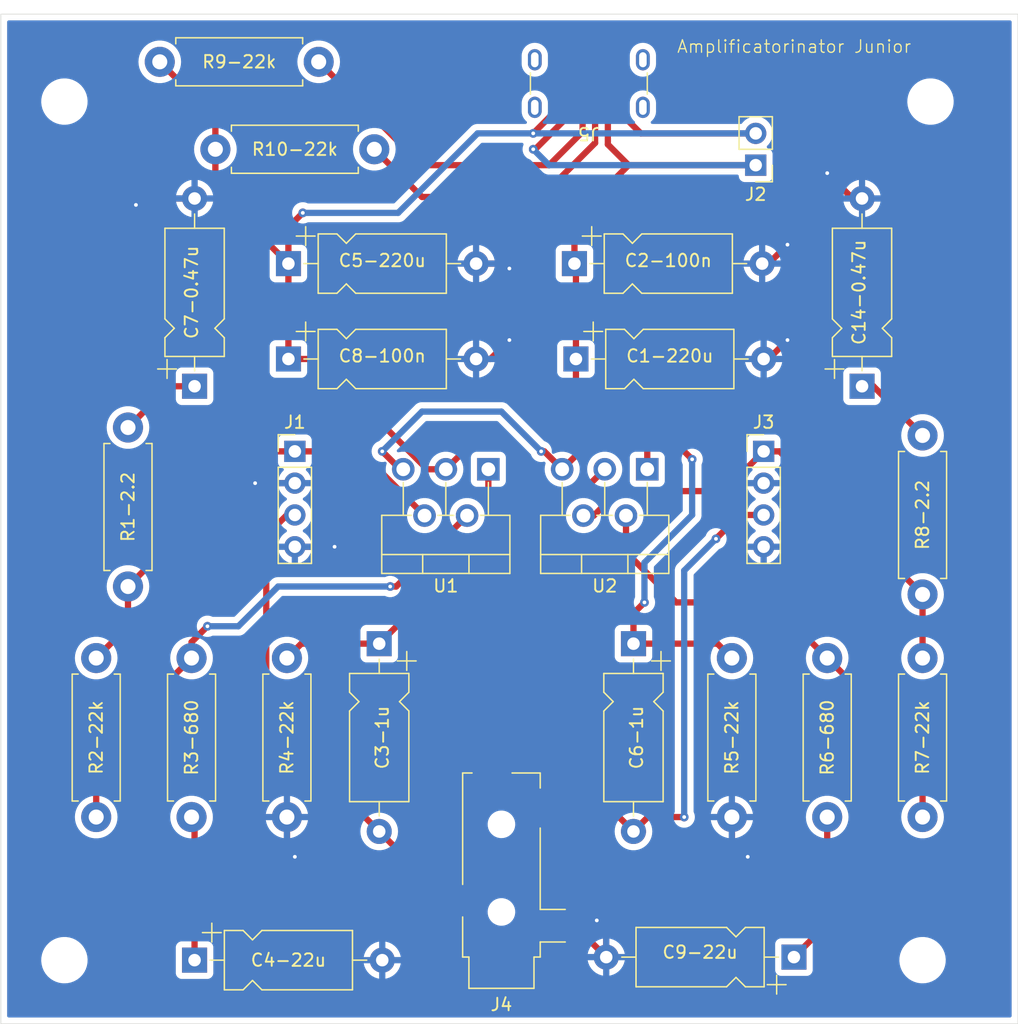
<source format=kicad_pcb>
(kicad_pcb (version 20221018) (generator pcbnew)
  (layers (0 "F.Cu" signal) (31 "B.Cu" power) (34 "B.Paste" user) (35 "F.Paste" user) (36 "B.SilkS" user "B.Silkscreen") (37 "F.SilkS" user "F.Silkscreen") (38 "B.Mask" user) (39 "F.Mask" user) (44 "Edge.Cuts" user))
  (net 0 "")
  (net 1 "/VS+")
  (net 2 "GND")
  (net 3 "Net-(U1-+)")
  (net 4 "/IN_LEFT")
  (net 5 "Net-(C4-Pad1)")
  (net 6 "/VS-")
  (net 7 "Net-(U2-+)")
  (net 8 "/IN_RIGHT")
  (net 9 "Net-(C7-Pad1)")
  (net 10 "Net-(C9-Pad1)")
  (net 11 "Net-(C14-Pad1)")
  (net 12 "/SPEAKER_LEFT+")
  (net 13 "/SPEAKER_RIGHT+")
  (net 14 "Net-(J5-CC1)")
  (net 15 "Net-(J5-CC2)")
  (net 17 "Net-(U1--)")
  (net 18 "Net-(U2--)")
  (footprint "MountingHole:MountingHole_3.2mm_M3" (layer "F.Cu") (at 116.205 133.985)
    (fp_text reference "H1" hide)
    (fp_text value "MountingHole")
    (pad "" np_thru_hole circle (at 0 0) (size 3.2 3.2) (drill 3.2) (layers "*.Cu" "*.Mask"))
  )
  (footprint "MountingHole:MountingHole_3.2mm_M3" (layer "F.Cu") (at 185.42 65.405)
    (fp_text reference "H3" hide)
    (fp_text value "MountingHole")
    (pad "" np_thru_hole circle (at 0 0) (size 3.2 3.2) (drill 3.2) (layers "*.Cu" "*.Mask"))
  )
  (footprint "Resistor_THT:R_Axial_DIN0411_L9.9mm_D3.6mm_P12.70mm_Horizontal" (layer "F.Cu") (at 136.525 62.23 180)
    (fp_text reference "R9-22k" (at 6.35 0) (layer "F.SilkS"))
    (fp_text value "22k")
    (pad "1" thru_hole circle (at 0 0 180) (size 2.4 2.4) (drill 1.2) (layers "*.Cu" "*.Mask") (net 15 "Net-(J5-CC2)"))
    (pad "2" thru_hole oval (at 12.7 0 180) (size 2.4 2.4) (drill 1.2) (layers "*.Cu" "*.Mask") (net 6 "/VS-"))
  )
  (footprint "Capacitor_THT:CP_Axial_L10.0mm_D4.5mm_P15.00mm_Horizontal" (layer "F.Cu") (at 141.3625 108.705 -90)
    (fp_text reference "C3-1u" (at 7.5 -0.2425 90) (layer "F.SilkS"))
    (fp_text value "1u")
    (pad "1" thru_hole rect (at 0 0 270) (size 2 2) (drill 1) (layers "*.Cu" "*.Mask") (net 3 "Net-(U1-+)"))
    (pad "2" thru_hole oval (at 15 0 270) (size 2 2) (drill 1) (layers "*.Cu" "*.Mask") (net 8 "/IN_RIGHT"))
  )
  (footprint "Capacitor_THT:CP_Axial_L10.0mm_D4.5mm_P15.00mm_Horizontal" (layer "F.Cu") (at 157.085 85.9675)
    (fp_text reference "C1-220u" (at 7.5 -0.2425) (layer "F.SilkS"))
    (fp_text value "220u")
    (pad "1" thru_hole rect (at 0 0) (size 2 2) (drill 1) (layers "*.Cu" "*.Mask") (net 1 "/VS+"))
    (pad "2" thru_hole oval (at 15 0) (size 2 2) (drill 1) (layers "*.Cu" "*.Mask") (net 2 "GND"))
  )
  (footprint "Capacitor_THT:CP_Axial_L10.0mm_D4.5mm_P15.00mm_Horizontal" (layer "F.Cu") (at 126.605 133.985)
    (fp_text reference "C4-22u" (at 7.5 0) (layer "F.SilkS"))
    (fp_text value "22u")
    (pad "1" thru_hole rect (at 0 0) (size 2 2) (drill 1) (layers "*.Cu" "*.Mask") (net 5 "Net-(C4-Pad1)"))
    (pad "2" thru_hole oval (at 15 0) (size 2 2) (drill 1) (layers "*.Cu" "*.Mask") (net 2 "GND"))
  )
  (footprint "Resistor_THT:R_Axial_DIN0411_L9.9mm_D3.6mm_P12.70mm_Horizontal" (layer "F.Cu") (at 133.985 109.855 -90)
    (fp_text reference "R4-22k" (at 6.35 0 90) (layer "F.SilkS"))
    (fp_text value "22k")
    (pad "1" thru_hole circle (at 0 0 270) (size 2.4 2.4) (drill 1.2) (layers "*.Cu" "*.Mask") (net 3 "Net-(U1-+)"))
    (pad "2" thru_hole oval (at 12.7 0 270) (size 2.4 2.4) (drill 1.2) (layers "*.Cu" "*.Mask") (net 2 "GND"))
  )
  (footprint "Resistor_THT:R_Axial_DIN0411_L9.9mm_D3.6mm_P12.70mm_Horizontal" (layer "F.Cu") (at 126.365 109.855 -90)
    (fp_text reference "R3-680" (at 6.35 0 90) (layer "F.SilkS"))
    (fp_text value "680")
    (pad "1" thru_hole circle (at 0 0 270) (size 2.4 2.4) (drill 1.2) (layers "*.Cu" "*.Mask") (net 17 "Net-(U1--)"))
    (pad "2" thru_hole oval (at 12.7 0 270) (size 2.4 2.4) (drill 1.2) (layers "*.Cu" "*.Mask") (net 5 "Net-(C4-Pad1)"))
  )
  (footprint "Capacitor_THT:CP_Axial_L10.0mm_D4.5mm_P15.00mm_Horizontal" (layer "F.Cu") (at 174.505 133.7425 180)
    (fp_text reference "C9-22u" (at 7.5 0.3925) (layer "F.SilkS"))
    (fp_text value "22u")
    (pad "1" thru_hole rect (at 0 0 180) (size 2 2) (drill 1) (layers "*.Cu" "*.Mask") (net 10 "Net-(C9-Pad1)"))
    (pad "2" thru_hole oval (at 15 0 180) (size 2 2) (drill 1) (layers "*.Cu" "*.Mask") (net 2 "GND"))
  )
  (footprint "Connector_PinHeader_2.54mm:PinHeader_1x02_P2.54mm_Vertical" (layer "F.Cu") (at 171.45 70.485 180)
    (fp_text reference "J2" (at 0 -2.33) (layer "F.SilkS"))
    (fp_text value "Conn_01x02")
    (pad "1" thru_hole rect (at 0 0 180) (size 1.7 1.7) (drill 1) (layers "*.Cu" "*.Mask") (net 1 "/VS+"))
    (pad "2" thru_hole oval (at 0 2.54 180) (size 1.7 1.7) (drill 1) (layers "*.Cu" "*.Mask") (net 6 "/VS-"))
  )
  (footprint "Connector_USB:USB_C_Receptacle_GCT_USB4125-xx-x_6P_TopMnt_Horizontal" (layer "F.Cu") (at 158.115 62.865 180)
    (fp_text reference "J5" (at 0 -5.1 180 unlocked) (layer "F.SilkS"))
    (fp_text value "USB_C_Receptacle_PowerOnly_6P")
    (pad "A5" smd roundrect (at -0.5 -3.08 180) (size 0.7 1.2) (layers "F.Cu" "F.Paste" "F.Mask") (net 14 "Net-(J5-CC1)"))
    (pad "A9" smd roundrect (at 1.52 -3.08) (size 0.76 1.2) (layers "F.Cu" "F.Paste" "F.Mask") (net 1 "/VS+"))
    (pad "A12" smd roundrect (at 2.75 -3.08) (size 0.8 1.2) (layers "F.Cu" "F.Paste" "F.Mask") (net 6 "/VS-"))
    (pad "B5" smd roundrect (at 0.5 -3.08) (size 0.7 1.2) (layers "F.Cu" "F.Paste" "F.Mask") (net 15 "Net-(J5-CC2)"))
    (pad "B9" smd roundrect (at -1.52 -3.08 180) (size 0.76 1.2) (layers "F.Cu" "F.Paste" "F.Mask") (net 1 "/VS+"))
    (pad "B12" smd roundrect (at -2.75 -3.08 180) (size 0.8 1.2) (layers "F.Cu" "F.Paste" "F.Mask") (net 6 "/VS-"))
    (pad "S1" thru_hole oval (at -4.32 -3 180) (size 1.1 1.7) (drill oval 0.6 1.2) (layers "*.Cu" "*.Mask" "F.Paste"))
    (pad "S1" thru_hole oval (at -4.32 0.8 180) (size 1.1 1.7) (drill oval 0.6 1.2) (layers "*.Cu" "*.Mask" "F.Paste"))
    (pad "S1" thru_hole oval (at 4.32 -3 180) (size 1.1 1.7) (drill oval 0.6 1.2) (layers "*.Cu" "*.Mask" "F.Paste"))
    (pad "S1" thru_hole oval (at 4.32 0.8 180) (size 1.1 1.7) (drill oval 0.6 1.2) (layers "*.Cu" "*.Mask" "F.Paste"))
  )
  (footprint "Package_TO_SOT_THT:TO-220-5_P3.4x3.7mm_StaggerOdd_Lead3.8mm_Vertical" (layer "F.Cu") (at 162.785 94.775 180)
    (fp_text reference "U2" (at 3.4 -9.32) (layer "F.SilkS"))
    (fp_text value "TDA2050")
    (pad "1" thru_hole rect (at 0 0 180) (size 1.8 1.8) (drill 1.1) (layers "*.Cu" "*.Mask") (net 7 "Net-(U2-+)"))
    (pad "2" thru_hole oval (at 1.7 -3.7 180) (size 1.8 1.8) (drill 1.1) (layers "*.Cu" "*.Mask") (net 18 "Net-(U2--)"))
    (pad "3" thru_hole oval (at 3.4 0 180) (size 1.8 1.8) (drill 1.1) (layers "*.Cu" "*.Mask") (net 6 "/VS-"))
    (pad "4" thru_hole oval (at 5.1 -3.7 180) (size 1.8 1.8) (drill 1.1) (layers "*.Cu" "*.Mask") (net 12 "/SPEAKER_LEFT+"))
    (pad "5" thru_hole oval (at 6.8 0 180) (size 1.8 1.8) (drill 1.1) (layers "*.Cu" "*.Mask") (net 1 "/VS+"))
  )
  (footprint "MountingHole:MountingHole_3.2mm_M3" (layer "F.Cu") (at 116.205 65.405)
    (fp_text reference "H2" hide)
    (fp_text value "MountingHole")
    (pad "" np_thru_hole circle (at 0 0) (size 3.2 3.2) (drill 3.2) (layers "*.Cu" "*.Mask"))
  )
  (footprint "Connector_PinHeader_2.54mm:PinHeader_1x04_P2.54mm_Vertical" (layer "F.Cu") (at 172.085 93.345)
    (fp_text reference "J3" (at 0 -2.33) (layer "F.SilkS"))
    (fp_text value "Conn_01x04")
    (pad "1" thru_hole rect (at 0 0) (size 1.7 1.7) (drill 1) (layers "*.Cu" "*.Mask") (net 12 "/SPEAKER_LEFT+"))
    (pad "2" thru_hole oval (at 0 2.54) (size 1.7 1.7) (drill 1) (layers "*.Cu" "*.Mask") (net 2 "GND"))
    (pad "3" thru_hole oval (at 0 5.08) (size 1.7 1.7) (drill 1) (layers "*.Cu" "*.Mask") (net 4 "/IN_LEFT"))
    (pad "4" thru_hole oval (at 0 7.62) (size 1.7 1.7) (drill 1) (layers "*.Cu" "*.Mask") (net 2 "GND"))
  )
  (footprint "Resistor_THT:R_Axial_DIN0411_L9.9mm_D3.6mm_P12.70mm_Horizontal" (layer "F.Cu") (at 184.785 122.555 90)
    (fp_text reference "R7-22k" (at 6.35 0 90) (layer "F.SilkS"))
    (fp_text value "22k")
    (pad "1" thru_hole circle (at 0 0 90) (size 2.4 2.4) (drill 1.2) (layers "*.Cu" "*.Mask") (net 18 "Net-(U2--)"))
    (pad "2" thru_hole oval (at 12.7 0 90) (size 2.4 2.4) (drill 1.2) (layers "*.Cu" "*.Mask") (net 12 "/SPEAKER_LEFT+"))
  )
  (footprint "Package_TO_SOT_THT:TO-220-5_P3.4x3.7mm_StaggerOdd_Lead3.8mm_Vertical" (layer "F.Cu") (at 150.085 94.775 180)
    (fp_text reference "U1" (at 3.4 -9.32) (layer "F.SilkS"))
    (fp_text value "TDA2050")
    (pad "1" thru_hole rect (at 0 0 180) (size 1.8 1.8) (drill 1.1) (layers "*.Cu" "*.Mask") (net 3 "Net-(U1-+)"))
    (pad "2" thru_hole oval (at 1.7 -3.7 180) (size 1.8 1.8) (drill 1.1) (layers "*.Cu" "*.Mask") (net 17 "Net-(U1--)"))
    (pad "3" thru_hole oval (at 3.4 0 180) (size 1.8 1.8) (drill 1.1) (layers "*.Cu" "*.Mask") (net 6 "/VS-"))
    (pad "4" thru_hole oval (at 5.1 -3.7 180) (size 1.8 1.8) (drill 1.1) (layers "*.Cu" "*.Mask") (net 13 "/SPEAKER_RIGHT+"))
    (pad "5" thru_hole oval (at 6.8 0 180) (size 1.8 1.8) (drill 1.1) (layers "*.Cu" "*.Mask") (net 1 "/VS+"))
  )
  (footprint "Resistor_THT:R_Axial_DIN0411_L9.9mm_D3.6mm_P12.70mm_Horizontal" (layer "F.Cu") (at 140.97 69.215 180)
    (fp_text reference "R10-22k" (at 6.35 0) (layer "F.SilkS"))
    (fp_text value "22k")
    (pad "1" thru_hole circle (at 0 0 180) (size 2.4 2.4) (drill 1.2) (layers "*.Cu" "*.Mask") (net 14 "Net-(J5-CC1)"))
    (pad "2" thru_hole oval (at 12.7 0 180) (size 2.4 2.4) (drill 1.2) (layers "*.Cu" "*.Mask") (net 6 "/VS-"))
  )
  (footprint "Resistor_THT:R_Axial_DIN0411_L9.9mm_D3.6mm_P12.70mm_Horizontal" (layer "F.Cu") (at 184.785 104.775 90)
    (fp_text reference "R8-2.2" (at 6.35 0 90) (layer "F.SilkS"))
    (fp_text value "2.2")
    (pad "1" thru_hole circle (at 0 0 90) (size 2.4 2.4) (drill 1.2) (layers "*.Cu" "*.Mask") (net 12 "/SPEAKER_LEFT+"))
    (pad "2" thru_hole oval (at 12.7 0 90) (size 2.4 2.4) (drill 1.2) (layers "*.Cu" "*.Mask") (net 11 "Net-(C14-Pad1)"))
  )
  (footprint "MountingHole:MountingHole_3.2mm_M3" (layer "F.Cu") (at 184.785 133.985)
    (fp_text reference "H4" hide)
    (fp_text value "MountingHole")
    (pad "" np_thru_hole circle (at 0 0) (size 3.2 3.2) (drill 3.2) (layers "*.Cu" "*.Mask"))
  )
  (footprint "Resistor_THT:R_Axial_DIN0411_L9.9mm_D3.6mm_P12.70mm_Horizontal" (layer "F.Cu") (at 169.545 109.855 -90)
    (fp_text reference "R5-22k" (at 6.35 0 90) (layer "F.SilkS"))
    (fp_text value "22k")
    (pad "1" thru_hole circle (at 0 0 270) (size 2.4 2.4) (drill 1.2) (layers "*.Cu" "*.Mask") (net 7 "Net-(U2-+)"))
    (pad "2" thru_hole oval (at 12.7 0 270) (size 2.4 2.4) (drill 1.2) (layers "*.Cu" "*.Mask") (net 2 "GND"))
  )
  (footprint "Capacitor_THT:CP_Axial_L10.0mm_D4.5mm_P15.00mm_Horizontal" (layer "F.Cu") (at 161.6825 108.705 -90)
    (fp_text reference "C6-1u" (at 7.5 -0.2425 90) (layer "F.SilkS"))
    (fp_text value "1u")
    (pad "1" thru_hole rect (at 0 0 270) (size 2 2) (drill 1) (layers "*.Cu" "*.Mask") (net 7 "Net-(U2-+)"))
    (pad "2" thru_hole oval (at 15 0 270) (size 2 2) (drill 1) (layers "*.Cu" "*.Mask") (net 4 "/IN_LEFT"))
  )
  (footprint "Capacitor_THT:CP_Axial_L10.0mm_D4.5mm_P15.00mm_Horizontal" (layer "F.Cu") (at 179.9475 88.145 90)
    (fp_text reference "C14-0.47u" (at 7.5 -0.2425 90) (layer "F.SilkS"))
    (fp_text value "0.47u")
    (pad "1" thru_hole rect (at 0 0 90) (size 2 2) (drill 1) (layers "*.Cu" "*.Mask") (net 11 "Net-(C14-Pad1)"))
    (pad "2" thru_hole oval (at 15 0 90) (size 2 2) (drill 1) (layers "*.Cu" "*.Mask") (net 2 "GND"))
  )
  (footprint "Resistor_THT:R_Axial_DIN0411_L9.9mm_D3.6mm_P12.70mm_Horizontal" (layer "F.Cu") (at 118.745 122.555 90)
    (fp_text reference "R2-22k" (at 6.35 0 90) (layer "F.SilkS"))
    (fp_text value "22k")
    (pad "1" thru_hole circle (at 0 0 90) (size 2.4 2.4) (drill 1.2) (layers "*.Cu" "*.Mask") (net 17 "Net-(U1--)"))
    (pad "2" thru_hole oval (at 12.7 0 90) (size 2.4 2.4) (drill 1.2) (layers "*.Cu" "*.Mask") (net 13 "/SPEAKER_RIGHT+"))
  )
  (footprint "Resistor_THT:R_Axial_DIN0411_L9.9mm_D3.6mm_P12.70mm_Horizontal" (layer "F.Cu") (at 121.285 104.14 90)
    (fp_text reference "R1-2.2" (at 6.35 0 90) (layer "F.SilkS"))
    (fp_text value "2.2")
    (pad "1" thru_hole circle (at 0 0 90) (size 2.4 2.4) (drill 1.2) (layers "*.Cu" "*.Mask") (net 13 "/SPEAKER_RIGHT+"))
    (pad "2" thru_hole oval (at 12.7 0 90) (size 2.4 2.4) (drill 1.2) (layers "*.Cu" "*.Mask") (net 9 "Net-(C7-Pad1)"))
  )
  (footprint "Capacitor_THT:CP_Axial_L10.0mm_D4.5mm_P15.00mm_Horizontal" (layer "F.Cu") (at 156.965 78.3475)
    (fp_text reference "C2-100n" (at 7.5 -0.2425) (layer "F.SilkS"))
    (fp_text value "100n")
    (pad "1" thru_hole rect (at 0 0) (size 2 2) (drill 1) (layers "*.Cu" "*.Mask") (net 1 "/VS+"))
    (pad "2" thru_hole oval (at 15 0) (size 2 2) (drill 1) (layers "*.Cu" "*.Mask") (net 2 "GND"))
  )
  (footprint "Capacitor_THT:CP_Axial_L10.0mm_D4.5mm_P15.00mm_Horizontal" (layer "F.Cu") (at 134.105 85.9675)
    (fp_text reference "C8-100n" (at 7.5 -0.2425) (layer "F.SilkS"))
    (fp_text value "100n")
    (pad "1" thru_hole rect (at 0 0) (size 2 2) (drill 1) (layers "*.Cu" "*.Mask") (net 6 "/VS-"))
    (pad "2" thru_hole oval (at 15 0) (size 2 2) (drill 1) (layers "*.Cu" "*.Mask") (net 2 "GND"))
  )
  (footprint "Resistor_THT:R_Axial_DIN0411_L9.9mm_D3.6mm_P12.70mm_Horizontal" (layer "F.Cu") (at 177.165 109.855 -90)
    (fp_text reference "R6-680" (at 6.35 0 90) (layer "F.SilkS"))
    (fp_text value "680")
    (pad "1" thru_hole circle (at 0 0 270) (size 2.4 2.4) (drill 1.2) (layers "*.Cu" "*.Mask") (net 18 "Net-(U2--)"))
    (pad "2" thru_hole oval (at 12.7 0 270) (size 2.4 2.4) (drill 1.2) (layers "*.Cu" "*.Mask") (net 10 "Net-(C9-Pad1)"))
  )
  (footprint "Connector_Audio:Jack_3.5mm_CUI_SJ-3524-SMT_Horizontal" (layer "F.Cu") (at 151.13 127.635 180)
    (fp_text reference "J4" (at 0 -9.9) (layer "F.SilkS"))
    (fp_text value "AudioJack3")
    (pad "" np_thru_hole circle (at 0 -2.5 180) (size 1.7 1.7) (drill 1.7) (layers "*.Cu" "*.Mask"))
    (pad "" np_thru_hole circle (at 0 4.5 180) (size 1.7 1.7) (drill 1.7) (layers "*.Cu" "*.Mask"))
    (pad "R" smd rect (at 3.7 -1.6 180) (size 2.8 2.2) (layers "F.Cu" "F.Paste" "F.Mask") (net 8 "/IN_RIGHT"))
    (pad "S" smd rect (at -3.7 -3.6 180) (size 2.8 2.2) (layers "F.Cu" "F.Paste" "F.Mask") (net 2 "GND"))
    (pad "T" smd rect (at -3.7 5.8 180) (size 2.8 2.8) (layers "F.Cu" "F.Paste" "F.Mask") (net 4 "/IN_LEFT"))
    (pad "TN" smd rect (at 0.75 9.8 180) (size 2.8 2.6) (layers "F.Cu" "F.Paste" "F.Mask"))
  )
  (footprint "Capacitor_THT:CP_Axial_L10.0mm_D4.5mm_P15.00mm_Horizontal" (layer "F.Cu") (at 134.105 78.3475)
    (fp_text reference "C5-220u" (at 7.5 -0.2425) (layer "F.SilkS"))
    (fp_text value "220u")
    (pad "1" thru_hole rect (at 0 0) (size 2 2) (drill 1) (layers "*.Cu" "*.Mask") (net 6 "/VS-"))
    (pad "2" thru_hole oval (at 15 0) (size 2 2) (drill 1) (layers "*.Cu" "*.Mask") (net 2 "GND"))
  )
  (footprint "Capacitor_THT:CP_Axial_L10.0mm_D4.5mm_P15.00mm_Horizontal" (layer "F.Cu") (at 126.6075 88.145 90)
    (fp_text reference "C7-0.47u" (at 7.5 -0.2425 90) (layer "F.SilkS"))
    (fp_text value "0.47u")
    (pad "1" thru_hole rect (at 0 0 90) (size 2 2) (drill 1) (layers "*.Cu" "*.Mask") (net 9 "Net-(C7-Pad1)"))
    (pad "2" thru_hole oval (at 15 0 90) (size 2 2) (drill 1) (layers "*.Cu" "*.Mask") (net 2 "GND"))
  )
  (footprint "Connector_PinHeader_2.54mm:PinHeader_1x04_P2.54mm_Vertical" (layer "F.Cu") (at 134.62 93.345)
    (fp_text reference "J1" (at 0 -2.33) (layer "F.SilkS"))
    (fp_text value "Conn_01x04")
    (pad "1" thru_hole rect (at 0 0) (size 1.7 1.7) (drill 1) (layers "*.Cu" "*.Mask") (net 13 "/SPEAKER_RIGHT+"))
    (pad "2" thru_hole oval (at 0 2.54) (size 1.7 1.7) (drill 1) (layers "*.Cu" "*.Mask") (net 2 "GND"))
    (pad "3" thru_hole oval (at 0 5.08) (size 1.7 1.7) (drill 1) (layers "*.Cu" "*.Mask") (net 8 "/IN_RIGHT"))
    (pad "4" thru_hole oval (at 0 7.62) (size 1.7 1.7) (drill 1) (layers "*.Cu" "*.Mask") (net 2 "GND"))
  )
  (gr_rect (start 111.125 58.42) (end 192.405 139.065) (stroke (width 0.05)) (fill none) (layer "Edge.Cuts"))
  (gr_text "Amplificatorinator Junior" (at 165.1 61.595) (layer "F.SilkS") (effects (font (size 1 1) (thickness 0.1)) (justify left bottom)))
  (segment (start 159.635 65.945) (end 159.635 68.83) (width 0.5) (layer "F.Cu") (net 1))
  (segment (start 157.085 78.4675) (end 156.965 78.3475) (width 0.5) (layer "F.Cu") (net 1))
  (segment (start 154.305 93.345) (end 154.555 93.345) (width 0.5) (layer "F.Cu") (net 1))
  (segment (start 157.085 85.9675) (end 156.845 86.2075) (width 0.5) (layer "F.Cu") (net 1))
  (segment (start 161.29 70.485) (end 171.45 70.485) (width 0.5) (layer "F.Cu") (net 1))
  (segment (start 156.965 78.3475) (end 156.965 74.81) (width 0.5) (layer "F.Cu") (net 1))
  (segment (start 156.965 74.81) (end 161.29 70.485) (width 0.5) (layer "F.Cu") (net 1))
  (segment (start 143.285 94.775) (end 143.035 94.775) (width 0.5) (layer "F.Cu") (net 1))
  (segment (start 156.595 66.44875) (end 153.82875 69.215) (width 0.5) (layer "F.Cu") (net 1))
  (segment (start 143.035 94.775) (end 141.605 93.345) (width 0.5) (layer "F.Cu") (net 1))
  (segment (start 156.595 65.945) (end 156.595 66.44875) (width 0.5) (layer "F.Cu") (net 1))
  (segment (start 153.82875 69.215) (end 153.67 69.215) (width 0.5) (layer "F.Cu") (net 1))
  (segment (start 154.555 93.345) (end 155.985 94.775) (width 0.5) (layer "F.Cu") (net 1))
  (segment (start 157.085 93.675) (end 155.985 94.775) (width 0.5) (layer "F.Cu") (net 1))
  (segment (start 157.085 85.9675) (end 157.085 78.4675) (width 0.5) (layer "F.Cu") (net 1))
  (segment (start 159.635 68.83) (end 161.29 70.485) (width 0.5) (layer "F.Cu") (net 1))
  (segment (start 157.085 85.9675) (end 157.085 93.675) (width 0.5) (layer "F.Cu") (net 1))
  (via (at 141.605 93.345) (size 0.7) (drill 0.3) (layers "F.Cu" "B.Cu") (net 1))
  (via (at 153.67 69.215) (size 0.7) (drill 0.3) (layers "F.Cu" "B.Cu") (net 1))
  (via (at 154.305 93.345) (size 0.7) (drill 0.3) (layers "F.Cu" "B.Cu") (net 1))
  (segment (start 141.605 93.345) (end 144.78 90.17) (width 0.5) (layer "B.Cu") (net 1))
  (segment (start 151.13 90.17) (end 154.305 93.345) (width 0.5) (layer "B.Cu") (net 1))
  (segment (start 144.78 90.17) (end 151.13 90.17) (width 0.5) (layer "B.Cu") (net 1))
  (segment (start 153.67 69.215) (end 154.94 70.485) (width 0.5) (layer "B.Cu") (net 1))
  (segment (start 154.94 70.485) (end 171.45 70.485) (width 0.5) (layer "B.Cu") (net 1))
  (segment (start 179.19 73.145) (end 177.165 71.12) (width 0.5) (layer "F.Cu") (net 2))
  (segment (start 133.985 125.095) (end 134.62 125.73) (width 0.5) (layer "F.Cu") (net 2))
  (segment (start 179.9475 73.145) (end 179.19 73.145) (width 0.5) (layer "F.Cu") (net 2))
  (segment (start 149.105 78.3475) (end 151.3725 78.3475) (width 0.5) (layer "F.Cu") (net 2))
  (segment (start 134.62 100.965) (end 137.795 100.965) (width 0.5) (layer "F.Cu") (net 2))
  (segment (start 169.545 124.46) (end 170.815 125.73) (width 0.5) (layer "F.Cu") (net 2))
  (segment (start 169.545 122.555) (end 169.545 124.46) (width 0.5) (layer "F.Cu") (net 2))
  (segment (start 159.505 131.565) (end 158.75 130.81) (width 0.5) (layer "F.Cu") (net 2))
  (segment (start 126.6075 73.145) (end 122.435 73.145) (width 0.5) (layer "F.Cu") (net 2))
  (segment (start 172.4775 78.3475) (end 173.99 76.835) (width 0.5) (layer "F.Cu") (net 2))
  (segment (start 133.985 122.555) (end 133.985 125.095) (width 0.5) (layer "F.Cu") (net 2))
  (segment (start 150.2525 85.9675) (end 151.765 84.455) (width 0.5) (layer "F.Cu") (net 2))
  (segment (start 172.4775 85.9675) (end 173.99 84.455) (width 0.5) (layer "F.Cu") (net 2))
  (segment (start 149.105 85.9675) (end 150.2525 85.9675) (width 0.5) (layer "F.Cu") (net 2))
  (segment (start 159.505 133.7425) (end 159.505 131.565) (width 0.5) (layer "F.Cu") (net 2))
  (segment (start 154.83 131.235) (end 156.9975 131.235) (width 0.5) (layer "F.Cu") (net 2))
  (segment (start 151.3725 78.3475) (end 151.765 78.74) (width 0.5) (layer "F.Cu") (net 2))
  (segment (start 172.085 85.9675) (end 172.4775 85.9675) (width 0.5) (layer "F.Cu") (net 2))
  (segment (start 122.435 73.145) (end 121.92 73.66) (width 0.5) (layer "F.Cu") (net 2))
  (segment (start 134.62 95.885) (end 131.445 95.885) (width 0.5) (layer "F.Cu") (net 2))
  (segment (start 171.965 78.3475) (end 172.4775 78.3475) (width 0.5) (layer "F.Cu") (net 2))
  (segment (start 156.9975 131.235) (end 159.505 133.7425) (width 0.5) (layer "F.Cu") (net 2))
  (via (at 173.99 84.455) (size 0.7) (drill 0.3) (layers "F.Cu" "B.Cu") (net 2))
  (via (at 121.92 73.66) (size 0.7) (drill 0.3) (layers "F.Cu" "B.Cu") (net 2))
  (via (at 137.795 100.965) (size 0.7) (drill 0.3) (layers "F.Cu" "B.Cu") (net 2))
  (via (at 131.445 95.885) (size 0.7) (drill 0.3) (layers "F.Cu" "B.Cu") (net 2))
  (via (at 151.765 84.455) (size 0.7) (drill 0.3) (layers "F.Cu" "B.Cu") (net 2))
  (via (at 173.99 76.835) (size 0.7) (drill 0.3) (layers "F.Cu" "B.Cu") (net 2))
  (via (at 158.75 130.81) (size 0.7) (drill 0.3) (layers "F.Cu" "B.Cu") (net 2))
  (via (at 134.62 125.73) (size 0.7) (drill 0.3) (layers "F.Cu" "B.Cu") (net 2))
  (via (at 177.165 71.12) (size 0.7) (drill 0.3) (layers "F.Cu" "B.Cu") (net 2))
  (via (at 151.765 78.74) (size 0.7) (drill 0.3) (layers "F.Cu" "B.Cu") (net 2))
  (via (at 170.815 125.73) (size 0.7) (drill 0.3) (layers "F.Cu" "B.Cu") (net 2))
  (segment (start 150.085 99.9825) (end 150.085 94.775) (width 0.5) (layer "F.Cu") (net 3))
  (segment (start 135.135 108.705) (end 133.985 109.855) (width 0.5) (layer "F.Cu") (net 3))
  (segment (start 141.3625 108.705) (end 150.085 99.9825) (width 0.5) (layer "F.Cu") (net 3))
  (segment (start 141.3625 108.705) (end 135.135 108.705) (width 0.5) (layer "F.Cu") (net 3))
  (segment (start 154.83 121.835) (end 159.8125 121.835) (width 0.5) (layer "F.Cu") (net 4))
  (segment (start 170.18 98.425) (end 168.275 100.33) (width 0.5) (layer "F.Cu") (net 4))
  (segment (start 165.735 122.555) (end 162.8325 122.555) (width 0.5) (layer "F.Cu") (net 4))
  (segment (start 172.085 98.425) (end 170.18 98.425) (width 0.5) (layer "F.Cu") (net 4))
  (segment (start 162.8325 122.555) (end 161.6825 123.705) (width 0.5) (layer "F.Cu") (net 4))
  (segment (start 159.8125 121.835) (end 161.6825 123.705) (width 0.5) (layer "F.Cu") (net 4))
  (via (at 165.735 122.555) (size 0.7) (drill 0.3) (layers "F.Cu" "B.Cu") (net 4))
  (via (at 168.275 100.33) (size 0.7) (drill 0.3) (layers "F.Cu" "B.Cu") (net 4))
  (segment (start 168.275 100.33) (end 165.735 102.87) (width 0.5) (layer "B.Cu") (net 4))
  (segment (start 165.735 102.87) (end 165.735 122.555) (width 0.5) (layer "B.Cu") (net 4))
  (segment (start 126.605 133.985) (end 126.605 122.795) (width 0.5) (layer "F.Cu") (net 5))
  (segment (start 126.605 122.795) (end 126.365 122.555) (width 0.5) (layer "F.Cu") (net 5))
  (segment (start 159.385 94.775) (end 157.64 96.52) (width 0.5) (layer "F.Cu") (net 6))
  (segment (start 155.365 66.25) (end 153.67 67.945) (width 0.5) (layer "F.Cu") (net 6))
  (segment (start 128.27 69.215) (end 128.27 72.5125) (width 0.5) (layer "F.Cu") (net 6))
  (segment (start 157.64 96.52) (end 155.0525 96.52) (width 0.5) (layer "F.Cu") (net 6))
  (segment (start 162.265 67.945) (end 171.45 67.945) (width 0.5) (layer "F.Cu") (net 6))
  (segment (start 134.105 85.9675) (end 136.386689 85.9675) (width 0.5) (layer "F.Cu") (net 6))
  (segment (start 134.105 78.3475) (end 134.105 85.9675) (width 0.5) (layer "F.Cu") (net 6))
  (segment (start 134.105 78.3475) (end 134.105 75.445) (width 0.5) (layer "F.Cu") (net 6))
  (segment (start 155.0525 96.52) (end 151.2425 92.71) (width 0.5) (layer "F.Cu") (net 6))
  (segment (start 128.27 66.675) (end 128.27 69.215) (width 0.5) (layer "F.Cu") (net 6))
  (segment (start 136.386689 85.9675) (end 145.194189 94.775) (width 0.5) (layer "F.Cu") (net 6))
  (segment (start 123.825 62.23) (end 128.27 66.675) (width 0.5) (layer "F.Cu") (net 6))
  (segment (start 145.194189 94.775) (end 146.685 94.775) (width 0.5) (layer "F.Cu") (net 6))
  (segment (start 134.105 75.445) (end 135.255 74.295) (width 0.5) (layer "F.Cu") (net 6))
  (segment (start 128.27 72.5125) (end 134.105 78.3475) (width 0.5) (layer "F.Cu") (net 6))
  (segment (start 160.865 65.945) (end 160.865 66.545) (width 0.5) (layer "F.Cu") (net 6))
  (segment (start 151.2425 92.71) (end 148.75 92.71) (width 0.5) (layer "F.Cu") (net 6))
  (segment (start 155.365 65.945) (end 155.365 66.25) (width 0.5) (layer "F.Cu") (net 6))
  (segment (start 148.75 92.71) (end 146.685 94.775) (width 0.5) (layer "F.Cu") (net 6))
  (segment (start 160.865 66.545) (end 162.265 67.945) (width 0.5) (layer "F.Cu") (net 6))
  (via (at 135.255 74.295) (size 0.7) (drill 0.3) (layers "F.Cu" "B.Cu") (net 6))
  (via (at 153.67 67.945) (size 0.7) (drill 0.3) (layers "F.Cu" "B.Cu") (net 6))
  (segment (start 149.225 67.945) (end 153.67 67.945) (width 0.5) (layer "B.Cu") (net 6))
  (segment (start 153.67 67.945) (end 171.45 67.945) (width 0.5) (layer "B.Cu") (net 6))
  (segment (start 142.875 74.295) (end 149.225 67.945) (width 0.5) (layer "B.Cu") (net 6))
  (segment (start 135.255 74.295) (end 142.875 74.295) (width 0.5) (layer "B.Cu") (net 6))
  (segment (start 162.785 93.12) (end 162.785 94.775) (width 0.5) (layer "F.Cu") (net 7))
  (segment (start 161.6825 106.2875) (end 162.56 105.41) (width 0.5) (layer "F.Cu") (net 7))
  (segment (start 161.6825 108.705) (end 161.6825 106.2875) (width 0.5) (layer "F.Cu") (net 7))
  (segment (start 161.6825 108.705) (end 168.395 108.705) (width 0.5) (layer "F.Cu") (net 7))
  (segment (start 163.195 92.71) (end 162.785 93.12) (width 0.5) (layer "F.Cu") (net 7))
  (segment (start 165.1 92.71) (end 163.195 92.71) (width 0.5) (layer "F.Cu") (net 7))
  (segment (start 166.37 93.98) (end 165.1 92.71) (width 0.5) (layer "F.Cu") (net 7))
  (segment (start 168.395 108.705) (end 169.545 109.855) (width 0.5) (layer "F.Cu") (net 7))
  (via (at 162.56 105.41) (size 0.7) (drill 0.3) (layers "F.Cu" "B.Cu") (net 7))
  (via (at 166.37 93.98) (size 0.7) (drill 0.3) (layers "F.Cu" "B.Cu") (net 7))
  (segment (start 162.56 105.41) (end 162.56 102.235) (width 0.5) (layer "B.Cu") (net 7))
  (segment (start 166.37 98.425) (end 166.37 93.98) (width 0.5) (layer "B.Cu") (net 7))
  (segment (start 162.56 102.235) (end 166.37 98.425) (width 0.5) (layer "B.Cu") (net 7))
  (segment (start 132.335 114.6775) (end 141.3625 123.705) (width 0.5) (layer "F.Cu") (net 8))
  (segment (start 141.3625 123.705) (end 146.8925 129.235) (width 0.5) (layer "F.Cu") (net 8))
  (segment (start 146.8925 129.235) (end 147.43 129.235) (width 0.5) (layer "F.Cu") (net 8))
  (segment (start 132.335 100.075) (end 132.335 114.6775) (width 0.5) (layer "F.Cu") (net 8))
  (segment (start 133.985 98.425) (end 132.335 100.075) (width 0.5) (layer "F.Cu") (net 8))
  (segment (start 121.285 91.44) (end 124.58 88.145) (width 0.5) (layer "F.Cu") (net 9))
  (segment (start 124.58 88.145) (end 126.6075 88.145) (width 0.5) (layer "F.Cu") (net 9))
  (segment (start 177.165 122.555) (end 177.165 131.0825) (width 0.5) (layer "F.Cu") (net 10))
  (segment (start 177.165 131.0825) (end 174.505 133.7425) (width 0.5) (layer "F.Cu") (net 10))
  (segment (start 180.855 88.145) (end 184.785 92.075) (width 0.5) (layer "F.Cu") (net 11))
  (segment (start 179.9475 88.145) (end 180.855 88.145) (width 0.5) (layer "F.Cu") (net 11))
  (segment (start 184.785 104.775) (end 184.785 109.855) (width 0.5) (layer "F.Cu") (net 12))
  (segment (start 172.085 93.345) (end 168.91 96.52) (width 0.5) (layer "F.Cu") (net 12))
  (segment (start 158.51 98.475) (end 157.685 98.475) (width 0.5) (layer "F.Cu") (net 12))
  (segment (start 168.91 96.52) (end 160.465 96.52) (width 0.5) (layer "F.Cu") (net 12))
  (segment (start 173.355 93.345) (end 172.085 93.345) (width 0.5) (layer "F.Cu") (net 12))
  (segment (start 160.465 96.52) (end 158.51 98.475) (width 0.5) (layer "F.Cu") (net 12))
  (segment (start 184.785 104.775) (end 173.355 93.345) (width 0.5) (layer "F.Cu") (net 12))
  (segment (start 118.745 109.855) (end 121.285 107.315) (width 0.5) (layer "F.Cu") (net 13))
  (segment (start 121.285 107.315) (end 121.285 104.775) (width 0.5) (layer "F.Cu") (net 13))
  (segment (start 134.62 93.345) (end 132.08 93.345) (width 0.5) (layer "F.Cu") (net 13))
  (segment (start 139.855 93.345) (end 144.985 98.475) (width 0.5) (layer "F.Cu") (net 13))
  (segment (start 134.62 93.345) (end 139.855 93.345) (width 0.5) (layer "F.Cu") (net 13))
  (segment (start 132.08 93.345) (end 121.285 104.14) (width 0.5) (layer "F.Cu") (net 13))
  (segment (start 154.305 73.025) (end 144.78 73.025) (width 0.5) (layer "F.Cu") (net 14))
  (segment (start 158.615 68.715) (end 154.305 73.025) (width 0.5) (layer "F.Cu") (net 14))
  (segment (start 144.78 73.025) (end 140.97 69.215) (width 0.5) (layer "F.Cu") (net 14))
  (segment (start 158.615 65.945) (end 158.615 68.715) (width 0.5) (layer "F.Cu") (net 14))
  (segment (start 157.615 65.945) (end 157.615 67.81) (width 0.5) (layer "F.Cu") (net 15))
  (segment (start 157.615 67.81) (end 154.94 70.485) (width 0.5) (layer "F.Cu") (net 15))
  (segment (start 144.78 70.485) (end 136.525 62.23) (width 0.5) (layer "F.Cu") (net 15))
  (segment (start 154.94 70.485) (end 144.78 70.485) (width 0.5) (layer "F.Cu") (net 15))
  (segment (start 142.24 104.14) (end 142.72 104.14) (width 0.5) (layer "F.Cu") (net 17))
  (segment (start 118.745 117.475) (end 126.365 109.855) (width 0.5) (layer "F.Cu") (net 17))
  (segment (start 118.745 122.555) (end 118.745 117.475) (width 0.5) (layer "F.Cu") (net 17))
  (segment (start 142.72 104.14) (end 148.385 98.475) (width 0.5) (layer "F.Cu") (net 17))
  (segment (start 126.365 108.585) (end 127.635 107.315) (width 0.5) (layer "F.Cu") (net 17))
  (segment (start 126.365 109.855) (end 126.365 108.585) (width 0.5) (layer "F.Cu") (net 17))
  (via (at 127.635 107.315) (size 0.7) (drill 0.3) (layers "F.Cu" "B.Cu") (net 17))
  (via (at 142.24 104.14) (size 0.7) (drill 0.3) (layers "F.Cu" "B.Cu") (net 17))
  (segment (start 133.283478 104.14) (end 142.24 104.14) (width 0.5) (layer "B.Cu") (net 17))
  (segment (start 127.635 107.315) (end 130.108478 107.315) (width 0.5) (layer "B.Cu") (net 17))
  (segment (start 130.108478 107.315) (end 133.283478 104.14) (width 0.5) (layer "B.Cu") (net 17))
  (segment (start 172.72 105.41) (end 177.165 109.855) (width 0.5) (layer "F.Cu") (net 18))
  (segment (start 165.1 105.41) (end 172.72 105.41) (width 0.5) (layer "F.Cu") (net 18))
  (segment (start 161.085 98.475) (end 161.085 101.395) (width 0.5) (layer "F.Cu") (net 18))
  (segment (start 161.085 101.395) (end 165.1 105.41) (width 0.5) (layer "F.Cu") (net 18))
  (segment (start 177.165 109.855) (end 184.785 117.475) (width 0.5) (layer "F.Cu") (net 18))
  (segment (start 184.785 117.475) (end 184.785 122.555) (width 0.5) (layer "F.Cu") (net 18))
  (zone (net 2) (net_name "GND") (layer "B.Cu") (connect_pads (clearance 0.5)) (min_thickness 0.25) (fill yes (thermal_gap 0.5) (thermal_bridge_width 0.5))
    (polygon (pts (xy 111.125 58.42) (xy 192.405 58.42) (xy 192.405 139.065) (xy 111.125 139.065)))
  )
)
</source>
